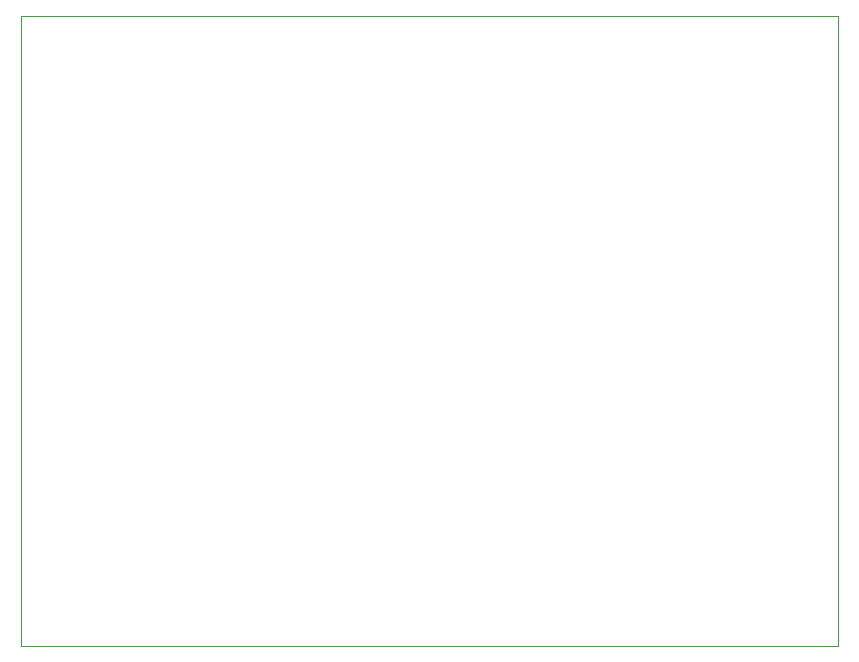
<source format=gbr>
%TF.GenerationSoftware,KiCad,Pcbnew,(5.1.6)-1*%
%TF.CreationDate,2021-05-08T22:58:42-06:00*%
%TF.ProjectId,Thermocouple Gauge,54686572-6d6f-4636-9f75-706c65204761,rev?*%
%TF.SameCoordinates,Original*%
%TF.FileFunction,Profile,NP*%
%FSLAX46Y46*%
G04 Gerber Fmt 4.6, Leading zero omitted, Abs format (unit mm)*
G04 Created by KiCad (PCBNEW (5.1.6)-1) date 2021-05-08 22:58:42*
%MOMM*%
%LPD*%
G01*
G04 APERTURE LIST*
%TA.AperFunction,Profile*%
%ADD10C,0.050000*%
%TD*%
G04 APERTURE END LIST*
D10*
X223520000Y-89535000D02*
X154305000Y-89535000D01*
X223520000Y-142875000D02*
X223520000Y-89535000D01*
X154305000Y-142875000D02*
X223520000Y-142875000D01*
X154305000Y-89535000D02*
X154305000Y-142875000D01*
M02*

</source>
